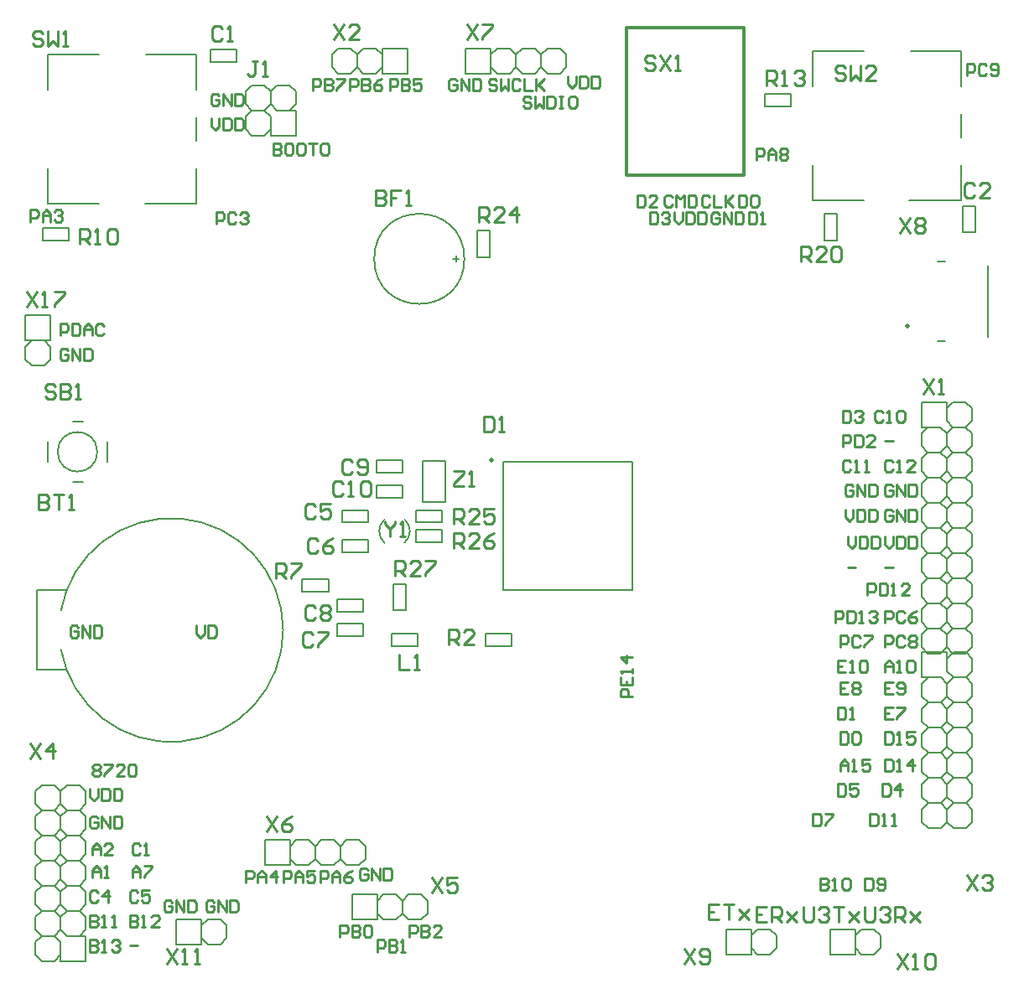
<source format=gto>
G04 Layer_Color=65535*
%FSLAX44Y44*%
%MOMM*%
G71*
G01*
G75*
%ADD19C,0.2540*%
%ADD20C,0.3000*%
%ADD45C,0.2000*%
%ADD46C,0.5000*%
%ADD47C,0.2500*%
D19*
X417500Y100235D02*
X427657Y85000D01*
Y100235D02*
X417500Y85000D01*
X442892Y100235D02*
X432735D01*
Y92618D01*
X437813Y95157D01*
X440353D01*
X442892Y92618D01*
Y87539D01*
X440353Y85000D01*
X435274D01*
X432735Y87539D01*
X150000Y27735D02*
X160157Y12500D01*
Y27735D02*
X150000Y12500D01*
X165235D02*
X170313D01*
X167774D01*
Y27735D01*
X165235Y25196D01*
X177931Y12500D02*
X183009D01*
X180470D01*
Y27735D01*
X177931Y25196D01*
X855000Y70235D02*
Y57539D01*
X857539Y55000D01*
X862617D01*
X865157Y57539D01*
Y70235D01*
X870235Y67696D02*
X872774Y70235D01*
X877853D01*
X880392Y67696D01*
Y65157D01*
X877853Y62618D01*
X875313D01*
X877853D01*
X880392Y60078D01*
Y57539D01*
X877853Y55000D01*
X872774D01*
X870235Y57539D01*
X885470Y55000D02*
Y70235D01*
X893088D01*
X895627Y67696D01*
Y62618D01*
X893088Y60078D01*
X885470D01*
X890548D02*
X895627Y55000D01*
X900705Y65157D02*
X910862Y55000D01*
X905784Y60078D01*
X910862Y65157D01*
X900705Y55000D01*
X792500Y70235D02*
Y57539D01*
X795039Y55000D01*
X800117D01*
X802657Y57539D01*
Y70235D01*
X807735Y67696D02*
X810274Y70235D01*
X815353D01*
X817892Y67696D01*
Y65157D01*
X815353Y62618D01*
X812813D01*
X815353D01*
X817892Y60078D01*
Y57539D01*
X815353Y55000D01*
X810274D01*
X807735Y57539D01*
X822970Y70235D02*
X833127D01*
X828048D01*
Y55000D01*
X838205Y65157D02*
X848362Y55000D01*
X843284Y60078D01*
X848362Y65157D01*
X838205Y55000D01*
X755157Y70235D02*
X745000D01*
Y55000D01*
X755157D01*
X745000Y62618D02*
X750078D01*
X760235Y55000D02*
Y70235D01*
X767853D01*
X770392Y67696D01*
Y62618D01*
X767853Y60078D01*
X760235D01*
X765313D02*
X770392Y55000D01*
X775470Y65157D02*
X785627Y55000D01*
X780548Y60078D01*
X785627Y65157D01*
X775470Y55000D01*
X707657Y72735D02*
X697500D01*
Y57500D01*
X707657D01*
X697500Y65118D02*
X702578D01*
X712735Y72735D02*
X722892D01*
X717813D01*
Y57500D01*
X727970Y67657D02*
X738127Y57500D01*
X733048Y62578D01*
X738127Y67657D01*
X727970Y57500D01*
X62500Y740000D02*
Y755235D01*
X70118D01*
X72657Y752696D01*
Y747617D01*
X70118Y745078D01*
X62500D01*
X67578D02*
X72657Y740000D01*
X77735D02*
X82813D01*
X80274D01*
Y755235D01*
X77735Y752696D01*
X90431D02*
X92970Y755235D01*
X98048D01*
X100588Y752696D01*
Y742539D01*
X98048Y740000D01*
X92970D01*
X90431Y742539D01*
Y752696D01*
X12500Y235235D02*
X22657Y220000D01*
Y235235D02*
X12500Y220000D01*
X35353D02*
Y235235D01*
X27735Y227617D01*
X37892D01*
X887500Y22735D02*
X897657Y7500D01*
Y22735D02*
X887500Y7500D01*
X902735D02*
X907813D01*
X905274D01*
Y22735D01*
X902735Y20196D01*
X915431D02*
X917970Y22735D01*
X923048D01*
X925588Y20196D01*
Y10039D01*
X923048Y7500D01*
X917970D01*
X915431Y10039D01*
Y20196D01*
X672500Y27735D02*
X682657Y12500D01*
Y27735D02*
X672500Y12500D01*
X687735Y15039D02*
X690274Y12500D01*
X695353D01*
X697892Y15039D01*
Y25196D01*
X695353Y27735D01*
X690274D01*
X687735Y25196D01*
Y22657D01*
X690274Y20117D01*
X697892D01*
X957500Y102735D02*
X967657Y87500D01*
Y102735D02*
X957500Y87500D01*
X972735Y100196D02*
X975274Y102735D01*
X980353D01*
X982892Y100196D01*
Y97657D01*
X980353Y95118D01*
X977813D01*
X980353D01*
X982892Y92578D01*
Y90039D01*
X980353Y87500D01*
X975274D01*
X972735Y90039D01*
X440000Y510235D02*
X450157D01*
Y507696D01*
X440000Y497539D01*
Y495000D01*
X450157D01*
X455235D02*
X460313D01*
X457774D01*
Y510235D01*
X455235Y507696D01*
X440000Y432500D02*
Y447735D01*
X447617D01*
X450157Y445196D01*
Y440117D01*
X447617Y437578D01*
X440000D01*
X445078D02*
X450157Y432500D01*
X465392D02*
X455235D01*
X465392Y442657D01*
Y445196D01*
X462853Y447735D01*
X457774D01*
X455235Y445196D01*
X480627Y447735D02*
X475549Y445196D01*
X470470Y440117D01*
Y435039D01*
X473009Y432500D01*
X478088D01*
X480627Y435039D01*
Y437578D01*
X478088Y440117D01*
X470470D01*
X440000Y457500D02*
Y472735D01*
X447617D01*
X450157Y470196D01*
Y465117D01*
X447617Y462578D01*
X440000D01*
X445078D02*
X450157Y457500D01*
X465392D02*
X455235D01*
X465392Y467657D01*
Y470196D01*
X462853Y472735D01*
X457774D01*
X455235Y470196D01*
X480627Y472735D02*
X470470D01*
Y465117D01*
X475549Y467657D01*
X478088D01*
X480627Y465117D01*
Y460039D01*
X478088Y457500D01*
X473009D01*
X470470Y460039D01*
X327657Y497696D02*
X325117Y500235D01*
X320039D01*
X317500Y497696D01*
Y487539D01*
X320039Y485000D01*
X325117D01*
X327657Y487539D01*
X332735Y485000D02*
X337813D01*
X335274D01*
Y500235D01*
X332735Y497696D01*
X345431D02*
X347970Y500235D01*
X353049D01*
X355588Y497696D01*
Y487539D01*
X353049Y485000D01*
X347970D01*
X345431Y487539D01*
Y497696D01*
X337657Y520196D02*
X335117Y522735D01*
X330039D01*
X327500Y520196D01*
Y510039D01*
X330039Y507500D01*
X335117D01*
X337657Y510039D01*
X342735D02*
X345274Y507500D01*
X350353D01*
X352892Y510039D01*
Y520196D01*
X350353Y522735D01*
X345274D01*
X342735Y520196D01*
Y517657D01*
X345274Y515117D01*
X352892D01*
X370000Y460235D02*
Y457696D01*
X375078Y452617D01*
X380157Y457696D01*
Y460235D01*
X375078Y452617D02*
Y445000D01*
X385235D02*
X390313D01*
X387774D01*
Y460235D01*
X385235Y457696D01*
X435000Y335000D02*
Y350235D01*
X442617D01*
X445157Y347696D01*
Y342617D01*
X442617Y340078D01*
X435000D01*
X440078D02*
X445157Y335000D01*
X460392D02*
X450235D01*
X460392Y345157D01*
Y347696D01*
X457853Y350235D01*
X452774D01*
X450235Y347696D01*
X300157Y475196D02*
X297617Y477735D01*
X292539D01*
X290000Y475196D01*
Y465039D01*
X292539Y462500D01*
X297617D01*
X300157Y465039D01*
X315392Y477735D02*
X305235D01*
Y470117D01*
X310313Y472657D01*
X312853D01*
X315392Y470117D01*
Y465039D01*
X312853Y462500D01*
X307774D01*
X305235Y465039D01*
X302657Y440196D02*
X300117Y442735D01*
X295039D01*
X292500Y440196D01*
Y430039D01*
X295039Y427500D01*
X300117D01*
X302657Y430039D01*
X317892Y442735D02*
X312813Y440196D01*
X307735Y435117D01*
Y430039D01*
X310274Y427500D01*
X315353D01*
X317892Y430039D01*
Y432578D01*
X315353Y435117D01*
X307735D01*
X260000Y402500D02*
Y417735D01*
X267617D01*
X270157Y415196D01*
Y410117D01*
X267617Y407578D01*
X260000D01*
X265078D02*
X270157Y402500D01*
X275235Y417735D02*
X285392D01*
Y415196D01*
X275235Y405039D01*
Y402500D01*
X300157Y372696D02*
X297617Y375235D01*
X292539D01*
X290000Y372696D01*
Y362539D01*
X292539Y360000D01*
X297617D01*
X300157Y362539D01*
X305235Y372696D02*
X307774Y375235D01*
X312853D01*
X315392Y372696D01*
Y370157D01*
X312853Y367617D01*
X315392Y365078D01*
Y362539D01*
X312853Y360000D01*
X307774D01*
X305235Y362539D01*
Y365078D01*
X307774Y367617D01*
X305235Y370157D01*
Y372696D01*
X307774Y367617D02*
X312853D01*
X297657Y345196D02*
X295117Y347735D01*
X290039D01*
X287500Y345196D01*
Y335039D01*
X290039Y332500D01*
X295117D01*
X297657Y335039D01*
X302735Y347735D02*
X312892D01*
Y345196D01*
X302735Y335039D01*
Y332500D01*
X385000Y325235D02*
Y310000D01*
X395157D01*
X400235D02*
X405313D01*
X402774D01*
Y325235D01*
X400235Y322696D01*
X790000Y722500D02*
Y737735D01*
X797617D01*
X800157Y735196D01*
Y730117D01*
X797617Y727578D01*
X790000D01*
X795078D02*
X800157Y722500D01*
X815392D02*
X805235D01*
X815392Y732657D01*
Y735196D01*
X812853Y737735D01*
X807774D01*
X805235Y735196D01*
X820470D02*
X823009Y737735D01*
X828088D01*
X830627Y735196D01*
Y725039D01*
X828088Y722500D01*
X823009D01*
X820470Y725039D01*
Y735196D01*
X835157Y917696D02*
X832617Y920235D01*
X827539D01*
X825000Y917696D01*
Y915157D01*
X827539Y912617D01*
X832617D01*
X835157Y910078D01*
Y907539D01*
X832617Y905000D01*
X827539D01*
X825000Y907539D01*
X840235Y920235D02*
Y905000D01*
X845313Y910078D01*
X850392Y905000D01*
Y920235D01*
X865627Y905000D02*
X855470D01*
X865627Y915157D01*
Y917696D01*
X863088Y920235D01*
X858009D01*
X855470Y917696D01*
X642657Y927696D02*
X640117Y930235D01*
X635039D01*
X632500Y927696D01*
Y925157D01*
X635039Y922617D01*
X640117D01*
X642657Y920078D01*
Y917539D01*
X640117Y915000D01*
X635039D01*
X632500Y917539D01*
X647735Y930235D02*
X657892Y915000D01*
Y930235D02*
X647735Y915000D01*
X662970D02*
X668048D01*
X665509D01*
Y930235D01*
X662970Y927696D01*
X25157Y952696D02*
X22617Y955235D01*
X17539D01*
X15000Y952696D01*
Y950157D01*
X17539Y947617D01*
X22617D01*
X25157Y945078D01*
Y942539D01*
X22617Y940000D01*
X17539D01*
X15000Y942539D01*
X30235Y955235D02*
Y940000D01*
X35313Y945078D01*
X40392Y940000D01*
Y955235D01*
X45470Y940000D02*
X50549D01*
X48009D01*
Y955235D01*
X45470Y952696D01*
X8876Y691533D02*
X19033Y676298D01*
Y691533D02*
X8876Y676298D01*
X24111D02*
X29190D01*
X26650D01*
Y691533D01*
X24111Y688994D01*
X36807Y691533D02*
X46964D01*
Y688994D01*
X36807Y678837D01*
Y676298D01*
X890124Y766299D02*
X900281Y751064D01*
Y766299D02*
X890124Y751064D01*
X905359Y763760D02*
X907898Y766299D01*
X912977D01*
X915516Y763760D01*
Y761221D01*
X912977Y758681D01*
X915516Y756142D01*
Y753603D01*
X912977Y751064D01*
X907898D01*
X905359Y753603D01*
Y756142D01*
X907898Y758681D01*
X905359Y761221D01*
Y763760D01*
X907898Y758681D02*
X912977D01*
X453522Y961601D02*
X463679Y946366D01*
Y961601D02*
X453522Y946366D01*
X468757Y961601D02*
X478914D01*
Y959062D01*
X468757Y948905D01*
Y946366D01*
X250732Y161463D02*
X260889Y146228D01*
Y161463D02*
X250732Y146228D01*
X276124Y161463D02*
X271045Y158924D01*
X265967Y153846D01*
Y148767D01*
X268506Y146228D01*
X273585D01*
X276124Y148767D01*
Y151306D01*
X273585Y153846D01*
X265967D01*
X318522Y961661D02*
X328679Y946426D01*
Y961661D02*
X318522Y946426D01*
X343914D02*
X333757D01*
X343914Y956583D01*
Y959122D01*
X341375Y961661D01*
X336296D01*
X333757Y959122D01*
X913468Y604073D02*
X923625Y588838D01*
Y604073D02*
X913468Y588838D01*
X928703D02*
X933781D01*
X931242D01*
Y604073D01*
X928703Y601534D01*
X37189Y595814D02*
X34650Y598353D01*
X29571D01*
X27032Y595814D01*
Y593275D01*
X29571Y590736D01*
X34650D01*
X37189Y588196D01*
Y585657D01*
X34650Y583118D01*
X29571D01*
X27032Y585657D01*
X42267Y598353D02*
Y583118D01*
X49885D01*
X52424Y585657D01*
Y588196D01*
X49885Y590736D01*
X42267D01*
X49885D01*
X52424Y593275D01*
Y595814D01*
X49885Y598353D01*
X42267D01*
X57502Y583118D02*
X62580D01*
X60041D01*
Y598353D01*
X57502Y595814D01*
X380280Y404776D02*
Y420011D01*
X387897D01*
X390437Y417472D01*
Y412393D01*
X387897Y409854D01*
X380280D01*
X385358D02*
X390437Y404776D01*
X405672D02*
X395515D01*
X405672Y414933D01*
Y417472D01*
X403133Y420011D01*
X398054D01*
X395515Y417472D01*
X410750Y420011D02*
X420907D01*
Y417472D01*
X410750Y407315D01*
Y404776D01*
X465398Y761920D02*
Y777155D01*
X473016D01*
X475555Y774616D01*
Y769538D01*
X473016Y766998D01*
X465398D01*
X470476D02*
X475555Y761920D01*
X490790D02*
X480633D01*
X490790Y772077D01*
Y774616D01*
X488251Y777155D01*
X483172D01*
X480633Y774616D01*
X503486Y761920D02*
Y777155D01*
X495868Y769538D01*
X506025D01*
X755410Y899950D02*
Y915185D01*
X763028D01*
X765567Y912646D01*
Y907568D01*
X763028Y905028D01*
X755410D01*
X760488D02*
X765567Y899950D01*
X770645D02*
X775723D01*
X773184D01*
Y915185D01*
X770645Y912646D01*
X783341D02*
X785880Y915185D01*
X790958D01*
X793498Y912646D01*
Y910107D01*
X790958Y907568D01*
X788419D01*
X790958D01*
X793498Y905028D01*
Y902489D01*
X790958Y899950D01*
X785880D01*
X783341Y902489D01*
X241269Y924333D02*
X236190D01*
X238729D01*
Y911637D01*
X236190Y909098D01*
X233651D01*
X231112Y911637D01*
X246347Y909098D02*
X251425D01*
X248886D01*
Y924333D01*
X246347Y921794D01*
X470037Y565358D02*
Y550123D01*
X477654D01*
X480194Y552662D01*
Y562819D01*
X477654Y565358D01*
X470037D01*
X485272Y550123D02*
X490350D01*
X487811D01*
Y565358D01*
X485272Y562819D01*
X965385Y799522D02*
X962846Y802061D01*
X957767D01*
X955228Y799522D01*
Y789365D01*
X957767Y786826D01*
X962846D01*
X965385Y789365D01*
X980620Y786826D02*
X970463D01*
X980620Y796983D01*
Y799522D01*
X978081Y802061D01*
X973002D01*
X970463Y799522D01*
X360931Y794464D02*
Y779229D01*
X368549D01*
X371088Y781768D01*
Y784307D01*
X368549Y786846D01*
X360931D01*
X368549D01*
X371088Y789386D01*
Y791925D01*
X368549Y794464D01*
X360931D01*
X386323D02*
X376166D01*
Y786846D01*
X381244D01*
X376166D01*
Y779229D01*
X391401D02*
X396479D01*
X393940D01*
Y794464D01*
X391401Y791925D01*
X20522Y486847D02*
Y471612D01*
X28140D01*
X30679Y474151D01*
Y476690D01*
X28140Y479230D01*
X20522D01*
X28140D01*
X30679Y481769D01*
Y484308D01*
X28140Y486847D01*
X20522D01*
X35757D02*
X45914D01*
X40835D01*
Y471612D01*
X50992D02*
X56070D01*
X53531D01*
Y486847D01*
X50992Y484308D01*
X205846Y957555D02*
X203307Y960094D01*
X198228D01*
X195689Y957555D01*
Y947398D01*
X198228Y944859D01*
X203307D01*
X205846Y947398D01*
X210924Y944859D02*
X216002D01*
X213463D01*
Y960094D01*
X210924Y957555D01*
D20*
X614000Y809250D02*
Y958500D01*
Y809250D02*
X732500D01*
Y958500D01*
X614000D02*
X732500D01*
D45*
X369779Y461552D02*
G03*
X369941Y438107I10221J-11652D01*
G01*
X390059Y438207D02*
G03*
X390221Y461652I-10059J11793D01*
G01*
X450500Y725000D02*
G03*
X450500Y725000I-45500J0D01*
G01*
X79880Y530040D02*
G03*
X79880Y530040I-20000J0D01*
G01*
X43217Y330378D02*
G03*
X43217Y369622I111283J19622D01*
G01*
X387700Y76350D02*
X394050Y82700D01*
X406750D01*
X413100Y76350D01*
Y63650D02*
Y76350D01*
X406750Y57300D02*
X413100Y63650D01*
X394050Y57300D02*
X406750D01*
X387700Y63650D02*
X394050Y57300D01*
X336900D02*
X362300D01*
Y63650D02*
X368650Y57300D01*
X381350D01*
X387700Y63650D01*
Y76350D01*
X381350Y82700D02*
X387700Y76350D01*
X368650Y82700D02*
X381350D01*
X362300Y76350D02*
X368650Y82700D01*
X336900Y57300D02*
Y82700D01*
X362300Y57300D02*
Y82700D01*
X336900D02*
X362300D01*
X159600Y32300D02*
X185000D01*
Y38650D02*
X191350Y32300D01*
X204050D01*
X210400Y38650D01*
Y51350D01*
X204050Y57700D02*
X210400Y51350D01*
X191350Y57700D02*
X204050D01*
X185000Y51350D02*
X191350Y57700D01*
X159600Y32300D02*
Y57700D01*
X185000Y32300D02*
Y57700D01*
X159600D02*
X185000D01*
X24750Y743750D02*
X51250D01*
X24750Y756250D02*
X51250D01*
Y743750D02*
Y756250D01*
X24750Y743750D02*
Y756250D01*
X68100Y174450D02*
Y187150D01*
Y149050D02*
Y161750D01*
Y123650D02*
Y136350D01*
Y98250D02*
Y110950D01*
Y72850D02*
Y85550D01*
Y47450D02*
Y60150D01*
X49050Y193500D02*
X61750D01*
X49050Y168100D02*
X61750D01*
X49050Y142700D02*
X61750D01*
X49050Y117300D02*
X61750D01*
X49050Y91900D02*
X61750D01*
X49050Y66500D02*
X61750D01*
X42700Y174450D02*
X49050Y168100D01*
X42700Y174450D02*
Y187150D01*
X49050Y193500D01*
X61750D02*
X68100Y187150D01*
X17300Y174450D02*
Y187150D01*
X61750Y168100D02*
X68100Y174450D01*
X61750Y142700D02*
X68100Y149050D01*
X17300D02*
Y161750D01*
X61750Y168100D02*
X68100Y161750D01*
X42700D02*
X49050Y168100D01*
X42700Y149050D02*
Y161750D01*
Y149050D02*
X49050Y142700D01*
X42700Y123650D02*
X49050Y117300D01*
X42700Y123650D02*
Y136350D01*
X49050Y142700D01*
X61750D02*
X68100Y136350D01*
X17300Y123650D02*
Y136350D01*
X61750Y117300D02*
X68100Y123650D01*
X61750Y91900D02*
X68100Y98250D01*
X17300D02*
Y110950D01*
X61750Y117300D02*
X68100Y110950D01*
X42700D02*
X49050Y117300D01*
X42700Y98250D02*
Y110950D01*
Y98250D02*
X49050Y91900D01*
X42700Y72850D02*
X49050Y66500D01*
X42700Y72850D02*
Y85550D01*
X49050Y91900D01*
X61750D02*
X68100Y85550D01*
X17300Y72850D02*
Y85550D01*
X61750Y66500D02*
X68100Y72850D01*
X17300Y47450D02*
Y60150D01*
X61750Y66500D02*
X68100Y60150D01*
X42700D02*
X49050Y66500D01*
X42700Y47450D02*
Y60150D01*
X17300Y22050D02*
Y34750D01*
X23650Y41100D01*
Y15700D02*
X36350D01*
X17300Y22050D02*
X23650Y15700D01*
X17300Y47450D02*
X23650Y41100D01*
X17300Y47450D02*
Y60150D01*
X23650Y66500D01*
X36350D02*
X42700Y60150D01*
X36350Y66500D02*
X42700Y72850D01*
X36350Y91900D02*
X42700Y85550D01*
X17300D02*
X23650Y91900D01*
X17300Y72850D02*
Y85550D01*
Y72850D02*
X23650Y66500D01*
X17300Y98250D02*
X23650Y91900D01*
X17300Y98250D02*
Y110950D01*
X23650Y117300D01*
X36350D02*
X42700Y110950D01*
X36350Y91900D02*
X42700Y98250D01*
X36350Y117300D02*
X42700Y123650D01*
X36350Y142700D02*
X42700Y136350D01*
X17300D02*
X23650Y142700D01*
X17300Y123650D02*
Y136350D01*
Y123650D02*
X23650Y117300D01*
X17300Y149050D02*
X23650Y142700D01*
X17300Y149050D02*
Y161750D01*
X23650Y168100D01*
X36350D02*
X42700Y161750D01*
X36350Y142700D02*
X42700Y149050D01*
X36350Y168100D02*
X42700Y174450D01*
X36350Y193500D02*
X42700Y187150D01*
X17300D02*
X23650Y193500D01*
X17300Y174450D02*
Y187150D01*
Y174450D02*
X23650Y168100D01*
Y41100D02*
X36350D01*
X23650Y66500D02*
X36350D01*
X23650Y91900D02*
X36350D01*
X23650Y117300D02*
X36350D01*
X23650Y142700D02*
X36350D01*
X23650Y168100D02*
X36350D01*
X17300Y22050D02*
Y34750D01*
X23650Y193500D02*
X36350D01*
X61750Y41100D02*
X68100Y47450D01*
X42700D02*
X49050Y41100D01*
X42700Y15700D02*
X68100D01*
X49050Y41100D02*
X68100D01*
X42700Y15700D02*
Y34750D01*
X36350Y41100D02*
X42700Y34750D01*
X36350Y15700D02*
X42700Y22050D01*
X36350Y41100D02*
X42700Y47450D01*
X68100Y15700D02*
Y41100D01*
X819600Y22300D02*
X845000D01*
Y28650D02*
X851350Y22300D01*
X864050D01*
X870400Y28650D01*
Y41350D01*
X864050Y47700D02*
X870400Y41350D01*
X851350Y47700D02*
X864050D01*
X845000Y41350D02*
X851350Y47700D01*
X819600Y22300D02*
Y47700D01*
X845000Y22300D02*
Y47700D01*
X819600D02*
X845000D01*
X714600Y22300D02*
X740000D01*
Y28650D02*
X746350Y22300D01*
X759050D01*
X765400Y28650D01*
Y41350D01*
X759050Y47700D02*
X765400Y41350D01*
X746350Y47700D02*
X759050D01*
X740000Y41350D02*
X746350Y47700D01*
X714600Y22300D02*
Y47700D01*
X740000Y22300D02*
Y47700D01*
X714600D02*
X740000D01*
X912300Y156250D02*
Y168950D01*
Y181650D02*
Y194350D01*
Y207050D02*
Y219750D01*
Y232450D02*
Y245150D01*
Y257850D02*
Y270550D01*
Y283250D02*
Y295950D01*
X918650Y149900D02*
X931350D01*
X918650Y175300D02*
X931350D01*
X918650Y200700D02*
X931350D01*
X918650Y226100D02*
X931350D01*
X918650Y251500D02*
X931350D01*
X918650Y276900D02*
X931350D01*
Y175300D02*
X937700Y168950D01*
Y156250D02*
Y168950D01*
X931350Y149900D02*
X937700Y156250D01*
X912300D02*
X918650Y149900D01*
X963100Y156250D02*
Y168950D01*
X912300D02*
X918650Y175300D01*
X912300Y194350D02*
X918650Y200700D01*
X963100Y181650D02*
Y194350D01*
X912300Y181650D02*
X918650Y175300D01*
X931350D02*
X937700Y181650D01*
Y194350D01*
X931350Y200700D02*
X937700Y194350D01*
X931350Y226100D02*
X937700Y219750D01*
Y207050D02*
Y219750D01*
X931350Y200700D02*
X937700Y207050D01*
X912300D02*
X918650Y200700D01*
X963100Y207050D02*
Y219750D01*
X912300D02*
X918650Y226100D01*
X912300Y245150D02*
X918650Y251500D01*
X963100Y232450D02*
Y245150D01*
X912300Y232450D02*
X918650Y226100D01*
X931350D02*
X937700Y232450D01*
Y245150D01*
X931350Y251500D02*
X937700Y245150D01*
X931350Y276900D02*
X937700Y270550D01*
Y257850D02*
Y270550D01*
X931350Y251500D02*
X937700Y257850D01*
X912300D02*
X918650Y251500D01*
X963100Y257850D02*
Y270550D01*
X912300D02*
X918650Y276900D01*
X963100Y283250D02*
Y295950D01*
X912300Y283250D02*
X918650Y276900D01*
X931350D02*
X937700Y283250D01*
Y295950D01*
X963100Y308650D02*
Y321350D01*
X956750Y302300D02*
X963100Y308650D01*
X944050Y327700D02*
X956750D01*
X963100Y321350D01*
X956750Y302300D02*
X963100Y295950D01*
Y283250D02*
Y295950D01*
X956750Y276900D02*
X963100Y283250D01*
X937700D02*
X944050Y276900D01*
X937700Y270550D02*
X944050Y276900D01*
X937700Y257850D02*
X944050Y251500D01*
X956750D02*
X963100Y257850D01*
Y270550D01*
X956750Y276900D02*
X963100Y270550D01*
X956750Y251500D02*
X963100Y245150D01*
Y232450D02*
Y245150D01*
X956750Y226100D02*
X963100Y232450D01*
X937700D02*
X944050Y226100D01*
X937700Y245150D02*
X944050Y251500D01*
X937700Y219750D02*
X944050Y226100D01*
X937700Y207050D02*
X944050Y200700D01*
X956750D02*
X963100Y207050D01*
Y219750D01*
X956750Y226100D02*
X963100Y219750D01*
X956750Y200700D02*
X963100Y194350D01*
Y181650D02*
Y194350D01*
X956750Y175300D02*
X963100Y181650D01*
X937700D02*
X944050Y175300D01*
X937700Y194350D02*
X944050Y200700D01*
X937700Y168950D02*
X944050Y175300D01*
X937700Y156250D02*
X944050Y149900D01*
X956750D02*
X963100Y156250D01*
Y168950D01*
X956750Y175300D02*
X963100Y168950D01*
X944050Y302300D02*
X956750D01*
X944050Y276900D02*
X956750D01*
X944050Y251500D02*
X956750D01*
X944050Y226100D02*
X956750D01*
X944050Y200700D02*
X956750D01*
X944050Y175300D02*
X956750D01*
X963100Y308650D02*
Y321350D01*
X944050Y149900D02*
X956750D01*
X912300Y295950D02*
X918650Y302300D01*
X931350D02*
X937700Y295950D01*
X912300Y327700D02*
X937700D01*
X912300Y302300D02*
X931350D01*
X937700Y308650D02*
Y327700D01*
Y308650D02*
X944050Y302300D01*
X937700Y321350D02*
X944050Y327700D01*
X937700Y295950D02*
X944050Y302300D01*
X912300D02*
Y327700D01*
X408498Y479502D02*
Y520502D01*
X431498D01*
Y479502D02*
Y520502D01*
X408498Y479502D02*
X431498D01*
X401750Y438750D02*
X428250D01*
X401750Y451250D02*
X428250D01*
Y438750D02*
Y451250D01*
X401750Y438750D02*
Y451250D01*
Y458750D02*
X428250D01*
X401750Y471250D02*
X428250D01*
Y458750D02*
Y471250D01*
X401750Y458750D02*
Y471250D01*
X361750Y496250D02*
X388250D01*
X361750Y483750D02*
X388250D01*
X361750D02*
Y496250D01*
X388250Y483750D02*
Y496250D01*
X361750Y521250D02*
X388250D01*
X361750Y508750D02*
X388250D01*
X361750D02*
Y521250D01*
X388250Y508750D02*
Y521250D01*
X471750Y333750D02*
X498250D01*
X471750Y346250D02*
X498250D01*
Y333750D02*
Y346250D01*
X471750Y333750D02*
Y346250D01*
X326750Y471250D02*
X353250D01*
X326750Y458750D02*
X353250D01*
X326750D02*
Y471250D01*
X353250Y458750D02*
Y471250D01*
X326750Y441250D02*
X353250D01*
X326750Y428750D02*
X353250D01*
X326750D02*
Y441250D01*
X353250Y428750D02*
Y441250D01*
X286750Y401250D02*
X313250D01*
X286750Y388750D02*
X313250D01*
X286750D02*
Y401250D01*
X313250Y388750D02*
Y401250D01*
X321750Y368750D02*
X348250D01*
X321750Y381250D02*
X348250D01*
Y368750D02*
Y381250D01*
X321750Y368750D02*
Y381250D01*
Y356250D02*
X348250D01*
X321750Y343750D02*
X348250D01*
X321750D02*
Y356250D01*
X348250Y343750D02*
Y356250D01*
X376750Y333750D02*
Y346250D01*
X403250Y333750D02*
Y346250D01*
X376750D02*
X403250D01*
X376750Y333750D02*
X403250D01*
X826250Y743750D02*
Y770250D01*
X813750Y743750D02*
Y770250D01*
X826250D01*
X813750Y743750D02*
X826250D01*
X951775Y784000D02*
Y820000D01*
Y848000D02*
Y871000D01*
X899775Y784000D02*
X951775D01*
X801775D02*
X853775D01*
X801775D02*
Y820000D01*
Y899000D02*
Y935000D01*
X853775D01*
X951775Y899000D02*
Y935000D01*
X900775D02*
X951775D01*
X179750Y780500D02*
Y816500D01*
Y844500D02*
Y867500D01*
X127750Y780500D02*
X179750D01*
X29750D02*
X81750D01*
X29750D02*
Y816500D01*
Y895500D02*
Y931500D01*
X81750D01*
X179750Y895500D02*
Y931500D01*
X128750D02*
X179750D01*
X378750Y369750D02*
Y396250D01*
X391250Y369750D02*
Y396250D01*
X378750Y369750D02*
X391250D01*
X378750Y396250D02*
X391250D01*
X911900Y332450D02*
Y345150D01*
Y357850D02*
Y370550D01*
Y383250D02*
Y395950D01*
Y408650D02*
Y421350D01*
Y434050D02*
Y446750D01*
Y459450D02*
Y472150D01*
Y484850D02*
Y497550D01*
Y510250D02*
Y522950D01*
Y535650D02*
Y548350D01*
X918250Y351500D02*
X930950D01*
X943650D02*
X956350D01*
X937300Y345150D02*
X943650Y351500D01*
X937300Y332450D02*
X943650Y326100D01*
X956350D02*
X962700Y332450D01*
Y345150D01*
X956350Y351500D02*
X962700Y345150D01*
X943650Y351500D02*
X956350D01*
X943650Y326100D02*
X956350D01*
X918250D02*
X930950D01*
X918250Y351500D02*
X930950D01*
X937300Y345150D01*
Y332450D02*
Y345150D01*
X930950Y326100D02*
X937300Y332450D01*
X911900D02*
X918250Y326100D01*
X962700Y332450D02*
Y345150D01*
X911900D02*
X918250Y351500D01*
X911900Y370550D02*
X918250Y376900D01*
X962700Y357850D02*
Y370550D01*
X911900Y357850D02*
X918250Y351500D01*
X930950D02*
X937300Y357850D01*
Y370550D01*
X930950Y376900D02*
X937300Y370550D01*
X918250Y376900D02*
X930950D01*
X918250Y351500D02*
X930950D01*
X943650D02*
X956350D01*
X943650Y376900D02*
X956350D01*
X962700Y370550D01*
Y357850D02*
Y370550D01*
X956350Y351500D02*
X962700Y357850D01*
X937300D02*
X943650Y351500D01*
X937300Y370550D02*
X943650Y376900D01*
X937300Y395950D02*
X943650Y402300D01*
X937300Y383250D02*
X943650Y376900D01*
X956350D02*
X962700Y383250D01*
Y395950D01*
X956350Y402300D02*
X962700Y395950D01*
X943650Y402300D02*
X956350D01*
X943650Y376900D02*
X956350D01*
X962700Y561050D02*
Y573750D01*
X943650Y427700D02*
X956350D01*
X943650Y453100D02*
X956350D01*
X943650Y478500D02*
X956350D01*
X943650Y503900D02*
X956350D01*
X943650Y529300D02*
X956350D01*
X943650Y554700D02*
X956350D01*
Y427700D02*
X962700Y421350D01*
Y408650D02*
Y421350D01*
X956350Y402300D02*
X962700Y408650D01*
X937300D02*
X943650Y402300D01*
X937300Y421350D02*
X943650Y427700D01*
X937300Y446750D02*
X943650Y453100D01*
X937300Y434050D02*
X943650Y427700D01*
X956350D02*
X962700Y434050D01*
Y446750D01*
X956350Y453100D02*
X962700Y446750D01*
X956350Y478500D02*
X962700Y472150D01*
Y459450D02*
Y472150D01*
X956350Y453100D02*
X962700Y459450D01*
X937300D02*
X943650Y453100D01*
X937300Y472150D02*
X943650Y478500D01*
X937300Y497550D02*
X943650Y503900D01*
X937300Y484850D02*
X943650Y478500D01*
X956350D02*
X962700Y484850D01*
Y497550D01*
X956350Y503900D02*
X962700Y497550D01*
X956350Y529300D02*
X962700Y522950D01*
Y510250D02*
Y522950D01*
X956350Y503900D02*
X962700Y510250D01*
X937300D02*
X943650Y503900D01*
X937300Y522950D02*
X943650Y529300D01*
X937300Y535650D02*
X943650Y529300D01*
X956350D02*
X962700Y535650D01*
Y548350D01*
X956350Y554700D02*
X962700Y548350D01*
X956350Y580100D02*
X962700Y573750D01*
X943650Y580100D02*
X956350D01*
Y554700D02*
X962700Y561050D01*
Y573750D01*
X937300Y535650D02*
Y548350D01*
X930950Y529300D02*
X937300Y535650D01*
X911900D02*
X918250Y529300D01*
X962700Y535650D02*
Y548350D01*
X911900Y522950D02*
X918250Y529300D01*
X962700Y510250D02*
Y522950D01*
X911900Y510250D02*
X918250Y503900D01*
X930950D02*
X937300Y510250D01*
Y522950D01*
X930950Y529300D02*
X937300Y522950D01*
X930950Y503900D02*
X937300Y497550D01*
Y484850D02*
Y497550D01*
X930950Y478500D02*
X937300Y484850D01*
X911900D02*
X918250Y478500D01*
X962700Y484850D02*
Y497550D01*
X911900D02*
X918250Y503900D01*
X911900Y472150D02*
X918250Y478500D01*
X962700Y459450D02*
Y472150D01*
X911900Y459450D02*
X918250Y453100D01*
X930950D02*
X937300Y459450D01*
Y472150D01*
X930950Y478500D02*
X937300Y472150D01*
X930950Y453100D02*
X937300Y446750D01*
Y434050D02*
Y446750D01*
X930950Y427700D02*
X937300Y434050D01*
X911900D02*
X918250Y427700D01*
X962700Y434050D02*
Y446750D01*
X911900D02*
X918250Y453100D01*
X911900Y421350D02*
X918250Y427700D01*
X962700Y408650D02*
Y421350D01*
X911900Y408650D02*
X918250Y402300D01*
X930950D02*
X937300Y408650D01*
Y421350D01*
X930950Y427700D02*
X937300Y421350D01*
X918250Y529300D02*
X930950D01*
X918250Y503900D02*
X930950D01*
X918250Y478500D02*
X930950D01*
X918250Y453100D02*
X930950D01*
X918250Y427700D02*
X930950D01*
X918250Y376900D02*
X930950D01*
X918250Y402300D02*
X930950D01*
X937300Y395950D01*
Y383250D02*
Y395950D01*
X930950Y376900D02*
X937300Y383250D01*
X911900D02*
X918250Y376900D01*
X962700Y383250D02*
Y395950D01*
X911900D02*
X918250Y402300D01*
X911900Y548350D02*
X918250Y554700D01*
X930950D02*
X937300Y548350D01*
X911900Y580100D02*
X937300D01*
X911900Y554700D02*
X930950D01*
X937300Y561050D02*
Y580100D01*
Y561050D02*
X943650Y554700D01*
X937300Y573750D02*
X943650Y580100D01*
X937300Y548350D02*
X943650Y554700D01*
X911900D02*
Y580100D01*
X335950Y912300D02*
X342300Y918650D01*
X323250Y912300D02*
X335950D01*
X316900Y918650D02*
X323250Y912300D01*
X316900Y918650D02*
Y931350D01*
X323250Y937700D01*
X335950D01*
X342300Y931350D01*
X367700Y937700D02*
X393100D01*
X361350D02*
X367700Y931350D01*
X348650Y937700D02*
X361350D01*
X342300Y931350D02*
X348650Y937700D01*
X342300Y918650D02*
Y931350D01*
Y918650D02*
X348650Y912300D01*
X361350D01*
X367700Y918650D01*
X393100Y912300D02*
Y937700D01*
X367700Y912300D02*
Y937700D01*
Y912300D02*
X393100D01*
X490000Y390000D02*
Y520000D01*
X620000Y390000D02*
Y520000D01*
X490000D02*
X620000D01*
X490000Y390000D02*
X620000D01*
X753750Y891250D02*
X780250D01*
X753750Y878750D02*
X780250D01*
X753750D02*
Y891250D01*
X780250Y878750D02*
Y891250D01*
X439000Y725000D02*
X445000D01*
X442000Y722000D02*
Y728000D01*
X7300Y642300D02*
Y667700D01*
Y635950D02*
X13650Y642300D01*
X7300Y623250D02*
Y635950D01*
Y623250D02*
X13650Y616900D01*
X26350D01*
X32700Y623250D01*
Y635950D01*
X26350Y642300D02*
X32700Y635950D01*
X7300Y667700D02*
X32700D01*
X7300Y642300D02*
X32700D01*
Y667700D01*
X249200Y137700D02*
X274600D01*
Y112300D02*
Y137700D01*
X249200Y112300D02*
Y137700D01*
X274600Y131350D02*
X280950Y137700D01*
X293650D01*
X300000Y131350D01*
Y118650D02*
Y131350D01*
X293650Y112300D02*
X300000Y118650D01*
X280950Y112300D02*
X293650D01*
X274600Y118650D02*
X280950Y112300D01*
X249200D02*
X274600D01*
X300000Y118650D02*
X306350Y112300D01*
X319050D01*
X325400Y118650D01*
Y131350D01*
X319050Y137700D02*
X325400Y131350D01*
X306350Y137700D02*
X319050D01*
X300000Y131350D02*
X306350Y137700D01*
X325400Y118650D02*
X331750Y112300D01*
X344450D01*
X350800Y118650D01*
Y131350D01*
X344450Y137700D02*
X350800Y131350D01*
X331750Y137700D02*
X344450D01*
X325400Y131350D02*
X331750Y137700D01*
X451900Y937700D02*
X477300D01*
Y912300D02*
Y937700D01*
X451900Y912300D02*
Y937700D01*
X477300Y931350D02*
X483650Y937700D01*
X496350D01*
X502700Y931350D01*
Y918650D02*
Y931350D01*
X496350Y912300D02*
X502700Y918650D01*
X483650Y912300D02*
X496350D01*
X477300Y918650D02*
X483650Y912300D01*
X451900D02*
X477300D01*
X502700Y918650D02*
X509050Y912300D01*
X521750D01*
X528100Y918650D01*
Y931350D01*
X521750Y937700D02*
X528100Y931350D01*
X509050Y937700D02*
X521750D01*
X502700Y931350D02*
X509050Y937700D01*
X528100Y918650D02*
X534450Y912300D01*
X547150D01*
X553500Y918650D01*
Y931350D01*
X547150Y937700D02*
X553500Y931350D01*
X534450Y937700D02*
X547150D01*
X528100Y931350D02*
X534450Y937700D01*
X29880Y520040D02*
Y540040D01*
X55280Y561000D02*
X65440D01*
X89880Y520040D02*
Y540040D01*
X55280Y500040D02*
X65440D01*
X463750Y726750D02*
Y753250D01*
X476250Y726750D02*
Y753250D01*
X463750Y726750D02*
X476250D01*
X463750Y753250D02*
X476250D01*
X255000Y849600D02*
X280400D01*
X229600Y855950D02*
Y868650D01*
X261350Y875000D02*
X280400D01*
X255000Y849600D02*
Y868650D01*
X229600D02*
X235950Y875000D01*
X248650D02*
X255000Y868650D01*
X248650Y849600D02*
X255000Y855950D01*
X235950Y849600D02*
X248650D01*
X229600Y855950D02*
X235950Y849600D01*
X280400D02*
Y875000D01*
X229600Y855950D02*
Y868650D01*
X235950Y875000D02*
X248650D01*
X229600Y855950D02*
Y868650D01*
Y881350D02*
Y894050D01*
X261350Y900400D02*
X274050D01*
Y875000D02*
X280400Y881350D01*
X274050Y900400D02*
X280400Y894050D01*
X255000D02*
X261350Y900400D01*
X255000Y881350D02*
X261350Y875000D01*
X229600Y881350D02*
X235950Y875000D01*
X229600Y881350D02*
Y894050D01*
X235950Y900400D01*
X248650D02*
X255000Y894050D01*
Y881350D02*
Y894050D01*
X248650Y875000D02*
X255000Y881350D01*
X235950Y900400D02*
X248650D01*
X280400Y881350D02*
Y894050D01*
X979000Y646000D02*
Y718000D01*
X928000Y722000D02*
X936000D01*
X928000Y642000D02*
X936000D01*
X194250Y923750D02*
Y936250D01*
X220750Y923750D02*
Y936250D01*
X194250D02*
X220750D01*
X194250Y923750D02*
X220750D01*
X19000Y310000D02*
Y390000D01*
X49000D01*
X19000Y310000D02*
X49000D01*
X953750Y751750D02*
Y778250D01*
X966250Y751750D02*
Y778250D01*
X953750Y751750D02*
X966250D01*
X953750Y778250D02*
X966250D01*
D46*
X478000Y522000D02*
D03*
X898000Y657000D02*
D03*
D47*
X855000Y99496D02*
Y87500D01*
X860998D01*
X862997Y89499D01*
Y97497D01*
X860998Y99496D01*
X855000D01*
X866996Y89499D02*
X868996Y87500D01*
X872994D01*
X874994Y89499D01*
Y97497D01*
X872994Y99496D01*
X868996D01*
X866996Y97497D01*
Y95497D01*
X868996Y93498D01*
X874994D01*
X810000Y99496D02*
Y87500D01*
X815998D01*
X817997Y89499D01*
Y91499D01*
X815998Y93498D01*
X810000D01*
X815998D01*
X817997Y95497D01*
Y97497D01*
X815998Y99496D01*
X810000D01*
X821996Y87500D02*
X825995D01*
X823996D01*
Y99496D01*
X821996Y97497D01*
X831993D02*
X833992Y99496D01*
X837991D01*
X839990Y97497D01*
Y89499D01*
X837991Y87500D01*
X833992D01*
X831993Y89499D01*
Y97497D01*
X42500Y647500D02*
Y659496D01*
X48498D01*
X50497Y657497D01*
Y653498D01*
X48498Y651499D01*
X42500D01*
X54496Y659496D02*
Y647500D01*
X60494D01*
X62494Y649499D01*
Y657497D01*
X60494Y659496D01*
X54496D01*
X66492Y647500D02*
Y655497D01*
X70491Y659496D01*
X74490Y655497D01*
Y647500D01*
Y653498D01*
X66492D01*
X86486Y657497D02*
X84486Y659496D01*
X80488D01*
X78488Y657497D01*
Y649499D01*
X80488Y647500D01*
X84486D01*
X86486Y649499D01*
X50497Y632497D02*
X48498Y634496D01*
X44499D01*
X42500Y632497D01*
Y624499D01*
X44499Y622500D01*
X48498D01*
X50497Y624499D01*
Y628498D01*
X46499D01*
X54496Y622500D02*
Y634496D01*
X62494Y622500D01*
Y634496D01*
X66492D02*
Y622500D01*
X72490D01*
X74490Y624499D01*
Y632497D01*
X72490Y634496D01*
X66492D01*
X112500Y30998D02*
X120497D01*
X72500Y36996D02*
Y25000D01*
X78498D01*
X80497Y26999D01*
Y28999D01*
X78498Y30998D01*
X72500D01*
X78498D01*
X80497Y32997D01*
Y34997D01*
X78498Y36996D01*
X72500D01*
X84496Y25000D02*
X88495D01*
X86496D01*
Y36996D01*
X84496Y34997D01*
X94493D02*
X96492Y36996D01*
X100491D01*
X102490Y34997D01*
Y32997D01*
X100491Y30998D01*
X98492D01*
X100491D01*
X102490Y28999D01*
Y26999D01*
X100491Y25000D01*
X96492D01*
X94493Y26999D01*
X112500Y61996D02*
Y50000D01*
X118498D01*
X120497Y51999D01*
Y53999D01*
X118498Y55998D01*
X112500D01*
X118498D01*
X120497Y57997D01*
Y59997D01*
X118498Y61996D01*
X112500D01*
X124496Y50000D02*
X128495D01*
X126496D01*
Y61996D01*
X124496Y59997D01*
X142490Y50000D02*
X134493D01*
X142490Y57997D01*
Y59997D01*
X140491Y61996D01*
X136492D01*
X134493Y59997D01*
X72500Y61996D02*
Y50000D01*
X78498D01*
X80497Y51999D01*
Y53999D01*
X78498Y55998D01*
X72500D01*
X78498D01*
X80497Y57997D01*
Y59997D01*
X78498Y61996D01*
X72500D01*
X84496Y50000D02*
X88495D01*
X86496D01*
Y61996D01*
X84496Y59997D01*
X94493Y50000D02*
X98492D01*
X96492D01*
Y61996D01*
X94493Y59997D01*
X120497Y84997D02*
X118498Y86996D01*
X114499D01*
X112500Y84997D01*
Y76999D01*
X114499Y75000D01*
X118498D01*
X120497Y76999D01*
X132493Y86996D02*
X124496D01*
Y80998D01*
X128495Y82997D01*
X130494D01*
X132493Y80998D01*
Y76999D01*
X130494Y75000D01*
X126496D01*
X124496Y76999D01*
X80497Y84997D02*
X78498Y86996D01*
X74499D01*
X72500Y84997D01*
Y76999D01*
X74499Y75000D01*
X78498D01*
X80497Y76999D01*
X90494Y75000D02*
Y86996D01*
X84496Y80998D01*
X92493D01*
X115200Y100000D02*
Y107997D01*
X119199Y111996D01*
X123197Y107997D01*
Y100000D01*
Y105998D01*
X115200D01*
X127196Y111996D02*
X135194D01*
Y109997D01*
X127196Y101999D01*
Y100000D01*
X75000D02*
Y107997D01*
X78999Y111996D01*
X82997Y107997D01*
Y100000D01*
Y105998D01*
X75000D01*
X86996Y100000D02*
X90995D01*
X88996D01*
Y111996D01*
X86996Y109997D01*
X123197Y132497D02*
X121198Y134496D01*
X117199D01*
X115200Y132497D01*
Y124499D01*
X117199Y122500D01*
X121198D01*
X123197Y124499D01*
X127196Y122500D02*
X131195D01*
X129195D01*
Y134496D01*
X127196Y132497D01*
X75000Y122500D02*
Y130498D01*
X78999Y134496D01*
X82997Y130498D01*
Y122500D01*
Y128498D01*
X75000D01*
X94993Y122500D02*
X86996D01*
X94993Y130498D01*
Y132497D01*
X92994Y134496D01*
X88996D01*
X86996Y132497D01*
X827500Y194496D02*
Y182500D01*
X833498D01*
X835497Y184499D01*
Y192497D01*
X833498Y194496D01*
X827500D01*
X847494D02*
X839496D01*
Y188498D01*
X843495Y190497D01*
X845494D01*
X847494Y188498D01*
Y184499D01*
X845494Y182500D01*
X841495D01*
X839496Y184499D01*
X872500Y194496D02*
Y182500D01*
X878498D01*
X880497Y184499D01*
Y192497D01*
X878498Y194496D01*
X872500D01*
X890494Y182500D02*
Y194496D01*
X884496Y188498D01*
X892494D01*
X830000Y207500D02*
Y215497D01*
X833999Y219496D01*
X837997Y215497D01*
Y207500D01*
Y213498D01*
X830000D01*
X841996Y207500D02*
X845995D01*
X843996D01*
Y219496D01*
X841996Y217497D01*
X859990Y219496D02*
X851993D01*
Y213498D01*
X855992Y215497D01*
X857991D01*
X859990Y213498D01*
Y209499D01*
X857991Y207500D01*
X853992D01*
X851993Y209499D01*
X875000Y219496D02*
Y207500D01*
X880998D01*
X882997Y209499D01*
Y217497D01*
X880998Y219496D01*
X875000D01*
X886996Y207500D02*
X890995D01*
X888996D01*
Y219496D01*
X886996Y217497D01*
X902991Y207500D02*
Y219496D01*
X896993Y213498D01*
X904990D01*
X830000Y246996D02*
Y235000D01*
X835998D01*
X837997Y236999D01*
Y244997D01*
X835998Y246996D01*
X830000D01*
X841996Y244997D02*
X843996Y246996D01*
X847994D01*
X849994Y244997D01*
Y236999D01*
X847994Y235000D01*
X843996D01*
X841996Y236999D01*
Y244997D01*
X875000Y246996D02*
Y235000D01*
X880998D01*
X882997Y236999D01*
Y244997D01*
X880998Y246996D01*
X875000D01*
X886996Y235000D02*
X890995D01*
X888996D01*
Y246996D01*
X886996Y244997D01*
X904990Y246996D02*
X896993D01*
Y240998D01*
X900992Y242997D01*
X902991D01*
X904990Y240998D01*
Y236999D01*
X902991Y235000D01*
X898992D01*
X896993Y236999D01*
X827500Y271996D02*
Y260000D01*
X833498D01*
X835497Y261999D01*
Y269997D01*
X833498Y271996D01*
X827500D01*
X839496Y260000D02*
X843495D01*
X841495D01*
Y271996D01*
X839496Y269997D01*
X882997Y271996D02*
X875000D01*
Y260000D01*
X882997D01*
X875000Y265998D02*
X878999D01*
X886996Y271996D02*
X894994D01*
Y269997D01*
X886996Y261999D01*
Y260000D01*
X837997Y296996D02*
X830000D01*
Y285000D01*
X837997D01*
X830000Y290998D02*
X833999D01*
X841996Y294997D02*
X843996Y296996D01*
X847994D01*
X849994Y294997D01*
Y292997D01*
X847994Y290998D01*
X849994Y288999D01*
Y286999D01*
X847994Y285000D01*
X843996D01*
X841996Y286999D01*
Y288999D01*
X843996Y290998D01*
X841996Y292997D01*
Y294997D01*
X843996Y290998D02*
X847994D01*
X882997Y296996D02*
X875000D01*
Y285000D01*
X882997D01*
X875000Y290998D02*
X878999D01*
X886996Y286999D02*
X888996Y285000D01*
X892994D01*
X894994Y286999D01*
Y294997D01*
X892994Y296996D01*
X888996D01*
X886996Y294997D01*
Y292997D01*
X888996Y290998D01*
X894994D01*
X835497Y319496D02*
X827500D01*
Y307500D01*
X835497D01*
X827500Y313498D02*
X831499D01*
X839496Y307500D02*
X843495D01*
X841495D01*
Y319496D01*
X839496Y317497D01*
X849493D02*
X851492Y319496D01*
X855491D01*
X857490Y317497D01*
Y309499D01*
X855491Y307500D01*
X851492D01*
X849493Y309499D01*
Y317497D01*
X875000Y307500D02*
Y315497D01*
X878999Y319496D01*
X882997Y315497D01*
Y307500D01*
Y313498D01*
X875000D01*
X886996Y307500D02*
X890995D01*
X888996D01*
Y319496D01*
X886996Y317497D01*
X896993D02*
X898992Y319496D01*
X902991D01*
X904990Y317497D01*
Y309499D01*
X902991Y307500D01*
X898992D01*
X896993Y309499D01*
Y317497D01*
X837500Y413498D02*
X845497D01*
X875000D02*
X882997D01*
X837500Y444496D02*
Y436499D01*
X841499Y432500D01*
X845497Y436499D01*
Y444496D01*
X849496D02*
Y432500D01*
X855494D01*
X857494Y434499D01*
Y442497D01*
X855494Y444496D01*
X849496D01*
X861492D02*
Y432500D01*
X867490D01*
X869490Y434499D01*
Y442497D01*
X867490Y444496D01*
X861492D01*
X875000D02*
Y436499D01*
X878999Y432500D01*
X882997Y436499D01*
Y444496D01*
X886996D02*
Y432500D01*
X892994D01*
X894994Y434499D01*
Y442497D01*
X892994Y444496D01*
X886996D01*
X898992D02*
Y432500D01*
X904990D01*
X906990Y434499D01*
Y442497D01*
X904990Y444496D01*
X898992D01*
X835000Y471996D02*
Y463999D01*
X838999Y460000D01*
X842997Y463999D01*
Y471996D01*
X846996D02*
Y460000D01*
X852994D01*
X854994Y461999D01*
Y469997D01*
X852994Y471996D01*
X846996D01*
X858992D02*
Y460000D01*
X864990D01*
X866990Y461999D01*
Y469997D01*
X864990Y471996D01*
X858992D01*
X882997Y469997D02*
X880998Y471996D01*
X876999D01*
X875000Y469997D01*
Y461999D01*
X876999Y460000D01*
X880998D01*
X882997Y461999D01*
Y465998D01*
X878999D01*
X886996Y460000D02*
Y471996D01*
X894994Y460000D01*
Y471996D01*
X898992D02*
Y460000D01*
X904990D01*
X906990Y461999D01*
Y469997D01*
X904990Y471996D01*
X898992D01*
X842997Y494997D02*
X840998Y496996D01*
X836999D01*
X835000Y494997D01*
Y486999D01*
X836999Y485000D01*
X840998D01*
X842997Y486999D01*
Y490998D01*
X838999D01*
X846996Y485000D02*
Y496996D01*
X854994Y485000D01*
Y496996D01*
X858992D02*
Y485000D01*
X864990D01*
X866990Y486999D01*
Y494997D01*
X864990Y496996D01*
X858992D01*
X882997Y494997D02*
X880998Y496996D01*
X876999D01*
X875000Y494997D01*
Y486999D01*
X876999Y485000D01*
X880998D01*
X882997Y486999D01*
Y490998D01*
X878999D01*
X886996Y485000D02*
Y496996D01*
X894994Y485000D01*
Y496996D01*
X898992D02*
Y485000D01*
X904990D01*
X906990Y486999D01*
Y494997D01*
X904990Y496996D01*
X898992D01*
X840497Y519997D02*
X838498Y521996D01*
X834499D01*
X832500Y519997D01*
Y511999D01*
X834499Y510000D01*
X838498D01*
X840497Y511999D01*
X844496Y510000D02*
X848495D01*
X846496D01*
Y521996D01*
X844496Y519997D01*
X854493Y510000D02*
X858492D01*
X856492D01*
Y521996D01*
X854493Y519997D01*
X882997D02*
X880998Y521996D01*
X876999D01*
X875000Y519997D01*
Y511999D01*
X876999Y510000D01*
X880998D01*
X882997Y511999D01*
X886996Y510000D02*
X890995D01*
X888996D01*
Y521996D01*
X886996Y519997D01*
X904990Y510000D02*
X896993D01*
X904990Y517997D01*
Y519997D01*
X902991Y521996D01*
X898992D01*
X896993Y519997D01*
X832500Y535000D02*
Y546996D01*
X838498D01*
X840497Y544997D01*
Y540998D01*
X838498Y538999D01*
X832500D01*
X844496Y546996D02*
Y535000D01*
X850494D01*
X852494Y536999D01*
Y544997D01*
X850494Y546996D01*
X844496D01*
X864490Y535000D02*
X856492D01*
X864490Y542997D01*
Y544997D01*
X862490Y546996D01*
X858492D01*
X856492Y544997D01*
X875000Y540998D02*
X882997D01*
X830000Y332500D02*
Y344496D01*
X835998D01*
X837997Y342497D01*
Y338498D01*
X835998Y336499D01*
X830000D01*
X849994Y342497D02*
X847994Y344496D01*
X843996D01*
X841996Y342497D01*
Y334499D01*
X843996Y332500D01*
X847994D01*
X849994Y334499D01*
X853992Y344496D02*
X861990D01*
Y342497D01*
X853992Y334499D01*
Y332500D01*
X875000D02*
Y344496D01*
X880998D01*
X882997Y342497D01*
Y338498D01*
X880998Y336499D01*
X875000D01*
X894994Y342497D02*
X892994Y344496D01*
X888996D01*
X886996Y342497D01*
Y334499D01*
X888996Y332500D01*
X892994D01*
X894994Y334499D01*
X898992Y342497D02*
X900992Y344496D01*
X904990D01*
X906990Y342497D01*
Y340497D01*
X904990Y338498D01*
X906990Y336499D01*
Y334499D01*
X904990Y332500D01*
X900992D01*
X898992Y334499D01*
Y336499D01*
X900992Y338498D01*
X898992Y340497D01*
Y342497D01*
X900992Y338498D02*
X904990D01*
X875000Y357500D02*
Y369496D01*
X880998D01*
X882997Y367497D01*
Y363498D01*
X880998Y361499D01*
X875000D01*
X894994Y367497D02*
X892994Y369496D01*
X888996D01*
X886996Y367497D01*
Y359499D01*
X888996Y357500D01*
X892994D01*
X894994Y359499D01*
X906990Y369496D02*
X902991Y367497D01*
X898992Y363498D01*
Y359499D01*
X900992Y357500D01*
X904990D01*
X906990Y359499D01*
Y361499D01*
X904990Y363498D01*
X898992D01*
X825000Y357500D02*
Y369496D01*
X830998D01*
X832997Y367497D01*
Y363498D01*
X830998Y361499D01*
X825000D01*
X836996Y369496D02*
Y357500D01*
X842994D01*
X844994Y359499D01*
Y367497D01*
X842994Y369496D01*
X836996D01*
X848992Y357500D02*
X852991D01*
X850992D01*
Y369496D01*
X848992Y367497D01*
X858989D02*
X860988Y369496D01*
X864987D01*
X866986Y367497D01*
Y365497D01*
X864987Y363498D01*
X862988D01*
X864987D01*
X866986Y361499D01*
Y359499D01*
X864987Y357500D01*
X860988D01*
X858989Y359499D01*
X857500Y385000D02*
Y396996D01*
X863498D01*
X865497Y394997D01*
Y390998D01*
X863498Y388999D01*
X857500D01*
X869496Y396996D02*
Y385000D01*
X875494D01*
X877494Y386999D01*
Y394997D01*
X875494Y396996D01*
X869496D01*
X881492Y385000D02*
X885491D01*
X883492D01*
Y396996D01*
X881492Y394997D01*
X899486Y385000D02*
X891489D01*
X899486Y392997D01*
Y394997D01*
X897487Y396996D01*
X893488D01*
X891489Y394997D01*
X860000Y164496D02*
Y152500D01*
X865998D01*
X867997Y154499D01*
Y162497D01*
X865998Y164496D01*
X860000D01*
X871996Y152500D02*
X875995D01*
X873996D01*
Y164496D01*
X871996Y162497D01*
X881993Y152500D02*
X885992D01*
X883992D01*
Y164496D01*
X881993Y162497D01*
X802500Y164496D02*
Y152500D01*
X808498D01*
X810497Y154499D01*
Y162497D01*
X808498Y164496D01*
X802500D01*
X814496D02*
X822494D01*
Y162497D01*
X814496Y154499D01*
Y152500D01*
X620000Y282500D02*
X608004D01*
Y288498D01*
X610003Y290497D01*
X614002D01*
X616001Y288498D01*
Y282500D01*
X608004Y302493D02*
Y294496D01*
X620000D01*
Y302493D01*
X614002Y294496D02*
Y298495D01*
X620000Y306492D02*
Y310491D01*
Y308492D01*
X608004D01*
X610003Y306492D01*
X620000Y322487D02*
X608004D01*
X614002Y316489D01*
Y324486D01*
X872997Y569997D02*
X870998Y571996D01*
X866999D01*
X865000Y569997D01*
Y561999D01*
X866999Y560000D01*
X870998D01*
X872997Y561999D01*
X876996Y560000D02*
X880995D01*
X878995D01*
Y571996D01*
X876996Y569997D01*
X886993D02*
X888992Y571996D01*
X892991D01*
X894990Y569997D01*
Y561999D01*
X892991Y560000D01*
X888992D01*
X886993Y561999D01*
Y569997D01*
X832500Y571996D02*
Y560000D01*
X838498D01*
X840497Y561999D01*
Y569997D01*
X838498Y571996D01*
X832500D01*
X844496Y569997D02*
X846496Y571996D01*
X850494D01*
X852494Y569997D01*
Y567997D01*
X850494Y565998D01*
X848495D01*
X850494D01*
X852494Y563999D01*
Y561999D01*
X850494Y560000D01*
X846496D01*
X844496Y561999D01*
X737500Y771996D02*
Y760000D01*
X743498D01*
X745497Y761999D01*
Y769997D01*
X743498Y771996D01*
X737500D01*
X749496Y760000D02*
X753495D01*
X751495D01*
Y771996D01*
X749496Y769997D01*
X727500Y789496D02*
Y777500D01*
X733498D01*
X735497Y779499D01*
Y787497D01*
X733498Y789496D01*
X727500D01*
X739496Y787497D02*
X741496Y789496D01*
X745494D01*
X747494Y787497D01*
Y779499D01*
X745494Y777500D01*
X741496D01*
X739496Y779499D01*
Y787497D01*
X707997Y769997D02*
X705998Y771996D01*
X701999D01*
X700000Y769997D01*
Y761999D01*
X701999Y760000D01*
X705998D01*
X707997Y761999D01*
Y765998D01*
X703999D01*
X711996Y760000D02*
Y771996D01*
X719994Y760000D01*
Y771996D01*
X723992D02*
Y760000D01*
X729990D01*
X731990Y761999D01*
Y769997D01*
X729990Y771996D01*
X723992D01*
X697997Y787497D02*
X695998Y789496D01*
X691999D01*
X690000Y787497D01*
Y779499D01*
X691999Y777500D01*
X695998D01*
X697997Y779499D01*
X701996Y789496D02*
Y777500D01*
X709994D01*
X713992Y789496D02*
Y777500D01*
Y781499D01*
X721990Y789496D01*
X715992Y783498D01*
X721990Y777500D01*
X662500Y771996D02*
Y763999D01*
X666499Y760000D01*
X670497Y763999D01*
Y771996D01*
X674496D02*
Y760000D01*
X680494D01*
X682494Y761999D01*
Y769997D01*
X680494Y771996D01*
X674496D01*
X686492D02*
Y760000D01*
X692490D01*
X694490Y761999D01*
Y769997D01*
X692490Y771996D01*
X686492D01*
X637500D02*
Y760000D01*
X643498D01*
X645497Y761999D01*
Y769997D01*
X643498Y771996D01*
X637500D01*
X649496Y769997D02*
X651495Y771996D01*
X655494D01*
X657494Y769997D01*
Y767997D01*
X655494Y765998D01*
X653495D01*
X655494D01*
X657494Y763999D01*
Y761999D01*
X655494Y760000D01*
X651495D01*
X649496Y761999D01*
X660497Y787497D02*
X658498Y789496D01*
X654499D01*
X652500Y787497D01*
Y779499D01*
X654499Y777500D01*
X658498D01*
X660497Y779499D01*
X664496Y777500D02*
Y789496D01*
X668495Y785497D01*
X672494Y789496D01*
Y777500D01*
X676492Y789496D02*
Y777500D01*
X682490D01*
X684490Y779499D01*
Y787497D01*
X682490Y789496D01*
X676492D01*
X625000D02*
Y777500D01*
X630998D01*
X632997Y779499D01*
Y787497D01*
X630998Y789496D01*
X625000D01*
X644994Y777500D02*
X636996D01*
X644994Y785497D01*
Y787497D01*
X642994Y789496D01*
X638996D01*
X636996Y787497D01*
X180000Y354496D02*
Y346499D01*
X183999Y342500D01*
X187997Y346499D01*
Y354496D01*
X191996D02*
Y342500D01*
X197994D01*
X199993Y344499D01*
Y352497D01*
X197994Y354496D01*
X191996D01*
X60497Y352497D02*
X58498Y354496D01*
X54499D01*
X52500Y352497D01*
Y344499D01*
X54499Y342500D01*
X58498D01*
X60497Y344499D01*
Y348498D01*
X56499D01*
X64496Y342500D02*
Y354496D01*
X72494Y342500D01*
Y354496D01*
X76492D02*
Y342500D01*
X82490D01*
X84490Y344499D01*
Y352497D01*
X82490Y354496D01*
X76492D01*
X257500Y841996D02*
Y830000D01*
X263498D01*
X265497Y831999D01*
Y833999D01*
X263498Y835998D01*
X257500D01*
X263498D01*
X265497Y837998D01*
Y839997D01*
X263498Y841996D01*
X257500D01*
X275494D02*
X271495D01*
X269496Y839997D01*
Y831999D01*
X271495Y830000D01*
X275494D01*
X277493Y831999D01*
Y839997D01*
X275494Y841996D01*
X287490D02*
X283492D01*
X281492Y839997D01*
Y831999D01*
X283492Y830000D01*
X287490D01*
X289490Y831999D01*
Y839997D01*
X287490Y841996D01*
X293488D02*
X301486D01*
X297487D01*
Y830000D01*
X305485Y839997D02*
X307484Y841996D01*
X311483D01*
X313482Y839997D01*
Y831999D01*
X311483Y830000D01*
X307484D01*
X305485Y831999D01*
Y839997D01*
X745000Y825000D02*
Y836996D01*
X750998D01*
X752997Y834997D01*
Y830998D01*
X750998Y828999D01*
X745000D01*
X756996Y825000D02*
Y832997D01*
X760995Y836996D01*
X764994Y832997D01*
Y825000D01*
Y830998D01*
X756996D01*
X768992Y834997D02*
X770992Y836996D01*
X774990D01*
X776990Y834997D01*
Y832997D01*
X774990Y830998D01*
X776990Y828999D01*
Y826999D01*
X774990Y825000D01*
X770992D01*
X768992Y826999D01*
Y828999D01*
X770992Y830998D01*
X768992Y832997D01*
Y834997D01*
X770992Y830998D02*
X774990D01*
X957500Y910000D02*
Y921996D01*
X963498D01*
X965497Y919997D01*
Y915998D01*
X963498Y913999D01*
X957500D01*
X977494Y919997D02*
X975494Y921996D01*
X971496D01*
X969496Y919997D01*
Y911999D01*
X971496Y910000D01*
X975494D01*
X977494Y911999D01*
X981492D02*
X983492Y910000D01*
X987490D01*
X989490Y911999D01*
Y919997D01*
X987490Y921996D01*
X983492D01*
X981492Y919997D01*
Y917998D01*
X983492Y915998D01*
X989490D01*
X517997Y887497D02*
X515998Y889496D01*
X511999D01*
X510000Y887497D01*
Y885497D01*
X511999Y883498D01*
X515998D01*
X517997Y881499D01*
Y879499D01*
X515998Y877500D01*
X511999D01*
X510000Y879499D01*
X521996Y889496D02*
Y877500D01*
X525995Y881499D01*
X529994Y877500D01*
Y889496D01*
X533992D02*
Y877500D01*
X539990D01*
X541990Y879499D01*
Y887497D01*
X539990Y889496D01*
X533992D01*
X545988D02*
X549987D01*
X547988D01*
Y877500D01*
X545988D01*
X549987D01*
X561983Y889496D02*
X557985D01*
X555985Y887497D01*
Y879499D01*
X557985Y877500D01*
X561983D01*
X563983Y879499D01*
Y887497D01*
X561983Y889496D01*
X482997Y904997D02*
X480998Y906996D01*
X476999D01*
X475000Y904997D01*
Y902998D01*
X476999Y900998D01*
X480998D01*
X482997Y898999D01*
Y896999D01*
X480998Y895000D01*
X476999D01*
X475000Y896999D01*
X486996Y906996D02*
Y895000D01*
X490995Y898999D01*
X494994Y895000D01*
Y906996D01*
X506990Y904997D02*
X504990Y906996D01*
X500992D01*
X498992Y904997D01*
Y896999D01*
X500992Y895000D01*
X504990D01*
X506990Y896999D01*
X510988Y906996D02*
Y895000D01*
X518986D01*
X522985Y906996D02*
Y895000D01*
Y898999D01*
X530982Y906996D01*
X524984Y900998D01*
X530982Y895000D01*
X555000Y909496D02*
Y901499D01*
X558999Y897500D01*
X562997Y901499D01*
Y909496D01*
X566996D02*
Y897500D01*
X572994D01*
X574994Y899499D01*
Y907497D01*
X572994Y909496D01*
X566996D01*
X578992D02*
Y897500D01*
X584990D01*
X586990Y899499D01*
Y907497D01*
X584990Y909496D01*
X578992D01*
X12500Y762500D02*
Y774496D01*
X18498D01*
X20497Y772497D01*
Y768498D01*
X18498Y766499D01*
X12500D01*
X24496Y762500D02*
Y770497D01*
X28495Y774496D01*
X32494Y770497D01*
Y762500D01*
Y768498D01*
X24496D01*
X36492Y772497D02*
X38492Y774496D01*
X42490D01*
X44490Y772497D01*
Y770497D01*
X42490Y768498D01*
X40491D01*
X42490D01*
X44490Y766499D01*
Y764499D01*
X42490Y762500D01*
X38492D01*
X36492Y764499D01*
X200000Y760000D02*
Y771996D01*
X205998D01*
X207997Y769997D01*
Y765998D01*
X205998Y763999D01*
X200000D01*
X219993Y769997D02*
X217994Y771996D01*
X213995D01*
X211996Y769997D01*
Y761999D01*
X213995Y760000D01*
X217994D01*
X219993Y761999D01*
X223992Y769997D02*
X225992Y771996D01*
X229990D01*
X231990Y769997D01*
Y767997D01*
X229990Y765998D01*
X227991D01*
X229990D01*
X231990Y763999D01*
Y761999D01*
X229990Y760000D01*
X225992D01*
X223992Y761999D01*
X375000Y895000D02*
Y906996D01*
X380998D01*
X382997Y904997D01*
Y900998D01*
X380998Y898999D01*
X375000D01*
X386996Y906996D02*
Y895000D01*
X392994D01*
X394994Y896999D01*
Y898999D01*
X392994Y900998D01*
X386996D01*
X392994D01*
X394994Y902998D01*
Y904997D01*
X392994Y906996D01*
X386996D01*
X406990D02*
X398992D01*
Y900998D01*
X402991Y902998D01*
X404990D01*
X406990Y900998D01*
Y896999D01*
X404990Y895000D01*
X400992D01*
X398992Y896999D01*
X335000Y895000D02*
Y906996D01*
X340998D01*
X342997Y904997D01*
Y900998D01*
X340998Y898999D01*
X335000D01*
X346996Y906996D02*
Y895000D01*
X352994D01*
X354994Y896999D01*
Y898999D01*
X352994Y900998D01*
X346996D01*
X352994D01*
X354994Y902998D01*
Y904997D01*
X352994Y906996D01*
X346996D01*
X366990D02*
X362991Y904997D01*
X358992Y900998D01*
Y896999D01*
X360992Y895000D01*
X364990D01*
X366990Y896999D01*
Y898999D01*
X364990Y900998D01*
X358992D01*
X297500Y895000D02*
Y906996D01*
X303498D01*
X305497Y904997D01*
Y900998D01*
X303498Y898999D01*
X297500D01*
X309496Y906996D02*
Y895000D01*
X315494D01*
X317493Y896999D01*
Y898999D01*
X315494Y900998D01*
X309496D01*
X315494D01*
X317493Y902998D01*
Y904997D01*
X315494Y906996D01*
X309496D01*
X321492D02*
X329490D01*
Y904997D01*
X321492Y896999D01*
Y895000D01*
X442997Y904997D02*
X440998Y906996D01*
X436999D01*
X435000Y904997D01*
Y896999D01*
X436999Y895000D01*
X440998D01*
X442997Y896999D01*
Y900998D01*
X438999D01*
X446996Y895000D02*
Y906996D01*
X454994Y895000D01*
Y906996D01*
X458992D02*
Y895000D01*
X464990D01*
X466990Y896999D01*
Y904997D01*
X464990Y906996D01*
X458992D01*
X195000Y866996D02*
Y858999D01*
X198999Y855000D01*
X202997Y858999D01*
Y866996D01*
X206996D02*
Y855000D01*
X212994D01*
X214993Y856999D01*
Y864997D01*
X212994Y866996D01*
X206996D01*
X218992D02*
Y855000D01*
X224990D01*
X226990Y856999D01*
Y864997D01*
X224990Y866996D01*
X218992D01*
X202997Y889997D02*
X200998Y891996D01*
X196999D01*
X195000Y889997D01*
Y881999D01*
X196999Y880000D01*
X200998D01*
X202997Y881999D01*
Y885998D01*
X198999D01*
X206996Y880000D02*
Y891996D01*
X214993Y880000D01*
Y891996D01*
X218992D02*
Y880000D01*
X224990D01*
X226990Y881999D01*
Y889997D01*
X224990Y891996D01*
X218992D01*
X72500Y189496D02*
Y181499D01*
X76499Y177500D01*
X80497Y181499D01*
Y189496D01*
X84496D02*
Y177500D01*
X90494D01*
X92493Y179499D01*
Y187497D01*
X90494Y189496D01*
X84496D01*
X96492D02*
Y177500D01*
X102490D01*
X104490Y179499D01*
Y187497D01*
X102490Y189496D01*
X96492D01*
X80497Y159997D02*
X78498Y161996D01*
X74499D01*
X72500Y159997D01*
Y151999D01*
X74499Y150000D01*
X78498D01*
X80497Y151999D01*
Y155998D01*
X76499D01*
X84496Y150000D02*
Y161996D01*
X92493Y150000D01*
Y161996D01*
X96492D02*
Y150000D01*
X102490D01*
X104490Y151999D01*
Y159997D01*
X102490Y161996D01*
X96492D01*
X75000Y212497D02*
X76999Y214496D01*
X80998D01*
X82997Y212497D01*
Y210497D01*
X80998Y208498D01*
X82997Y206499D01*
Y204499D01*
X80998Y202500D01*
X76999D01*
X75000Y204499D01*
Y206499D01*
X76999Y208498D01*
X75000Y210497D01*
Y212497D01*
X76999Y208498D02*
X80998D01*
X86996Y214496D02*
X94993D01*
Y212497D01*
X86996Y204499D01*
Y202500D01*
X106990D02*
X98992D01*
X106990Y210497D01*
Y212497D01*
X104990Y214496D01*
X100992D01*
X98992Y212497D01*
X110988D02*
X112988Y214496D01*
X116986D01*
X118986Y212497D01*
Y204499D01*
X116986Y202500D01*
X112988D01*
X110988Y204499D01*
Y212497D01*
X305000Y95000D02*
Y106996D01*
X310998D01*
X312997Y104997D01*
Y100998D01*
X310998Y98999D01*
X305000D01*
X316996Y95000D02*
Y102997D01*
X320995Y106996D01*
X324994Y102997D01*
Y95000D01*
Y100998D01*
X316996D01*
X336990Y106996D02*
X332991Y104997D01*
X328992Y100998D01*
Y96999D01*
X330992Y95000D01*
X334990D01*
X336990Y96999D01*
Y98999D01*
X334990Y100998D01*
X328992D01*
X267500Y95000D02*
Y106996D01*
X273498D01*
X275497Y104997D01*
Y100998D01*
X273498Y98999D01*
X267500D01*
X279496Y95000D02*
Y102998D01*
X283495Y106996D01*
X287493Y102998D01*
Y95000D01*
Y100998D01*
X279496D01*
X299490Y106996D02*
X291492D01*
Y100998D01*
X295491Y102998D01*
X297490D01*
X299490Y100998D01*
Y96999D01*
X297490Y95000D01*
X293492D01*
X291492Y96999D01*
X230000Y95000D02*
Y106996D01*
X235998D01*
X237997Y104997D01*
Y100998D01*
X235998Y98999D01*
X230000D01*
X241996Y95000D02*
Y102998D01*
X245995Y106996D01*
X249993Y102998D01*
Y95000D01*
Y100998D01*
X241996D01*
X259990Y95000D02*
Y106996D01*
X253992Y100998D01*
X261990D01*
X352997Y107497D02*
X350998Y109496D01*
X346999D01*
X345000Y107497D01*
Y99499D01*
X346999Y97500D01*
X350998D01*
X352997Y99499D01*
Y103498D01*
X348999D01*
X356996Y97500D02*
Y109496D01*
X364994Y97500D01*
Y109496D01*
X368992D02*
Y97500D01*
X374990D01*
X376990Y99499D01*
Y107497D01*
X374990Y109496D01*
X368992D01*
X395000Y40000D02*
Y51996D01*
X400998D01*
X402997Y49997D01*
Y45998D01*
X400998Y43999D01*
X395000D01*
X406996Y51996D02*
Y40000D01*
X412994D01*
X414994Y41999D01*
Y43999D01*
X412994Y45998D01*
X406996D01*
X412994D01*
X414994Y47997D01*
Y49997D01*
X412994Y51996D01*
X406996D01*
X426990Y40000D02*
X418992D01*
X426990Y47997D01*
Y49997D01*
X424990Y51996D01*
X420992D01*
X418992Y49997D01*
X325000Y40000D02*
Y51996D01*
X330998D01*
X332997Y49997D01*
Y45998D01*
X330998Y43999D01*
X325000D01*
X336996Y51996D02*
Y40000D01*
X342994D01*
X344994Y41999D01*
Y43999D01*
X342994Y45998D01*
X336996D01*
X342994D01*
X344994Y47997D01*
Y49997D01*
X342994Y51996D01*
X336996D01*
X348992Y49997D02*
X350992Y51996D01*
X354990D01*
X356990Y49997D01*
Y41999D01*
X354990Y40000D01*
X350992D01*
X348992Y41999D01*
Y49997D01*
X362500Y25000D02*
Y36996D01*
X368498D01*
X370497Y34997D01*
Y30998D01*
X368498Y28999D01*
X362500D01*
X374496Y36996D02*
Y25000D01*
X380494D01*
X382494Y26999D01*
Y28999D01*
X380494Y30998D01*
X374496D01*
X380494D01*
X382494Y32997D01*
Y34997D01*
X380494Y36996D01*
X374496D01*
X386492Y25000D02*
X390491D01*
X388492D01*
Y36996D01*
X386492Y34997D01*
X155497Y74997D02*
X153498Y76996D01*
X149499D01*
X147500Y74997D01*
Y66999D01*
X149499Y65000D01*
X153498D01*
X155497Y66999D01*
Y70998D01*
X151499D01*
X159496Y65000D02*
Y76996D01*
X167493Y65000D01*
Y76996D01*
X171492D02*
Y65000D01*
X177490D01*
X179490Y66999D01*
Y74997D01*
X177490Y76996D01*
X171492D01*
X197997Y74997D02*
X195998Y76996D01*
X191999D01*
X190000Y74997D01*
Y66999D01*
X191999Y65000D01*
X195998D01*
X197997Y66999D01*
Y70998D01*
X193999D01*
X201996Y65000D02*
Y76996D01*
X209993Y65000D01*
Y76996D01*
X213992D02*
Y65000D01*
X219990D01*
X221990Y66999D01*
Y74997D01*
X219990Y76996D01*
X213992D01*
M02*

</source>
